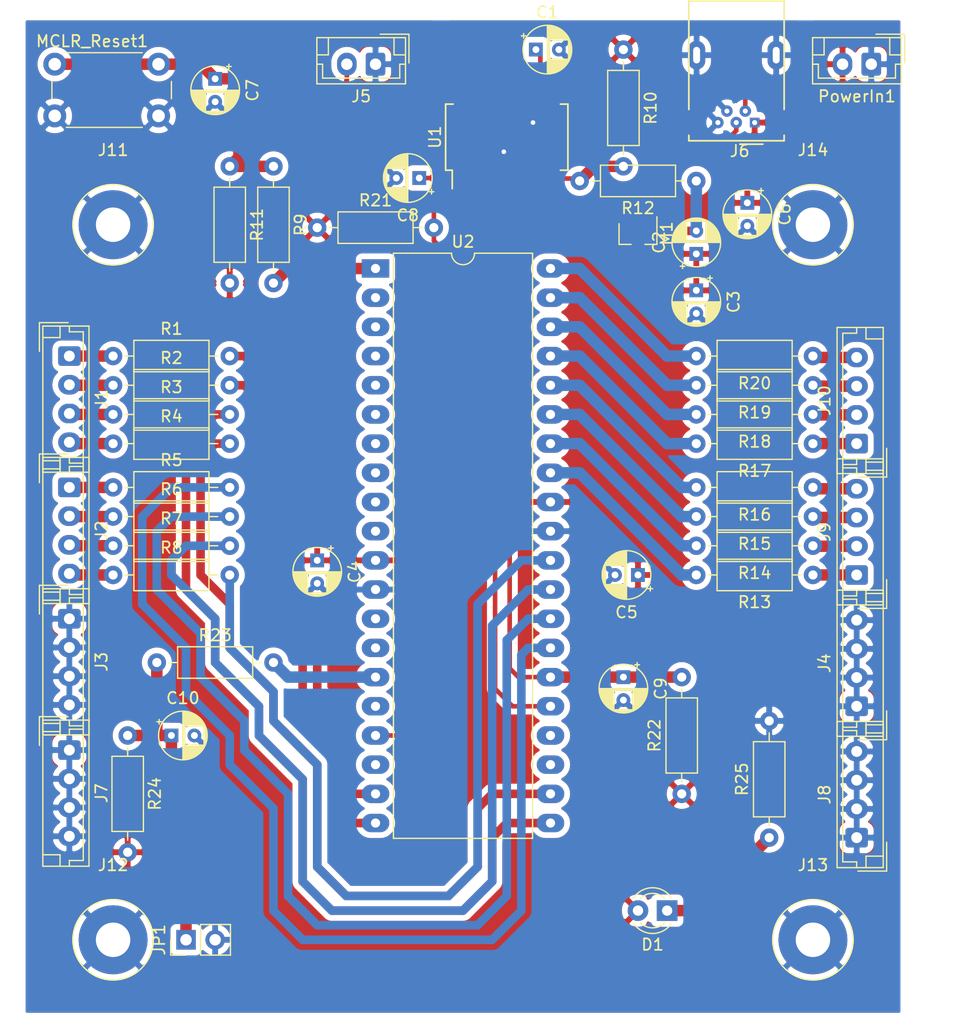
<source format=kicad_pcb>
(kicad_pcb (version 20171130) (host pcbnew 5.1.0-060a0da~80~ubuntu16.04.1)
  (layers (0 F.Cu signal) (31 B.Cu signal) (34 B.Paste user) (35 F.Paste user) (36 B.SilkS user) (37 F.SilkS user) (38 B.Mask user) (39 F.Mask user) (44 Edge.Cuts user))
  (net 0 "")
  (net 1 GND)
  (net 2 "Net-(C1-Pad1)")
  (net 3 "Net-(C2-Pad2)")
  (net 4 +5VD)
  (net 5 "Net-(J1-Pad4)")
  (net 6 "Net-(J1-Pad3)")
  (net 7 "Net-(J1-Pad2)")
  (net 8 "Net-(J1-Pad1)")
  (net 9 "Net-(J2-Pad4)")
  (net 10 "Net-(J2-Pad3)")
  (net 11 "Net-(J2-Pad2)")
  (net 12 "Net-(J2-Pad1)")
  (net 13 "Net-(J5-Pad2)")
  (net 14 "Net-(J6-Pad3)")
  (net 15 "Net-(J6-Pad2)")
  (net 16 "Net-(J9-Pad4)")
  (net 17 "Net-(J9-Pad3)")
  (net 18 "Net-(J9-Pad2)")
  (net 19 "Net-(J9-Pad1)")
  (net 20 "Net-(J10-Pad4)")
  (net 21 "Net-(J10-Pad3)")
  (net 22 "Net-(J10-Pad2)")
  (net 23 "Net-(J10-Pad1)")
  (net 24 "Net-(R1-Pad2)")
  (net 25 "Net-(R2-Pad2)")
  (net 26 "Net-(R3-Pad2)")
  (net 27 "Net-(R4-Pad2)")
  (net 28 "Net-(R5-Pad2)")
  (net 29 "Net-(R6-Pad2)")
  (net 30 "Net-(R7-Pad2)")
  (net 31 "Net-(R8-Pad2)")
  (net 32 "Net-(R10-Pad2)")
  (net 33 "Net-(R13-Pad2)")
  (net 34 "Net-(R14-Pad2)")
  (net 35 "Net-(R15-Pad2)")
  (net 36 "Net-(R16-Pad2)")
  (net 37 "Net-(R17-Pad2)")
  (net 38 "Net-(R18-Pad2)")
  (net 39 "Net-(R19-Pad2)")
  (net 40 "Net-(R20-Pad2)")
  (net 41 "Net-(U1-Pad28)")
  (net 42 "Net-(U1-Pad27)")
  (net 43 "Net-(U1-Pad23)")
  (net 44 "Net-(U1-Pad22)")
  (net 45 "Net-(U1-Pad19)")
  (net 46 "Net-(U1-Pad13)")
  (net 47 "Net-(U1-Pad12)")
  (net 48 "Net-(U1-Pad11)")
  (net 49 "Net-(U1-Pad10)")
  (net 50 "Net-(U1-Pad9)")
  (net 51 "Net-(U1-Pad6)")
  (net 52 "Net-(U1-Pad3)")
  (net 53 "Net-(U1-Pad2)")
  (net 54 "Net-(U2-Pad18)")
  (net 55 "Net-(U2-Pad16)")
  (net 56 "Net-(U2-Pad14)")
  (net 57 "Net-(U2-Pad13)")
  (net 58 "Net-(U2-Pad10)")
  (net 59 "Net-(U2-Pad9)")
  (net 60 "Net-(U2-Pad8)")
  (net 61 "Net-(U2-Pad7)")
  (net 62 "Net-(U2-Pad6)")
  (net 63 "Net-(U2-Pad5)")
  (net 64 "Net-(U2-Pad24)")
  (net 65 "Net-(U2-Pad4)")
  (net 66 "Net-(U2-Pad23)")
  (net 67 "Net-(U2-Pad3)")
  (net 68 "Net-(U2-Pad2)")
  (net 69 +5VP)
  (net 70 "Net-(C7-Pad1)")
  (net 71 "Net-(C8-Pad1)")
  (net 72 "Net-(C9-Pad1)")
  (net 73 "Net-(C10-Pad1)")
  (net 74 "Net-(R9-Pad2)")
  (net 75 "Net-(R23-Pad2)")
  (net 76 "Net-(D1-Pad1)")
  (module Resistor_THT:R_Axial_DIN0207_L6.3mm_D2.5mm_P10.16mm_Horizontal (layer F.Cu) (at 127 102.87 90)
    (fp_text reference R25 (at 5.08 -2.37 90) (layer F.SilkS))
    (fp_text value 470)
    (pad 2 thru_hole oval (at 10.16 0 90) (size 1.6 1.6) (drill 0.8) (layers *.Cu *.Mask) (net 1 GND))
    (pad 1 thru_hole circle (at 0 0 90) (size 1.6 1.6) (drill 0.8) (layers *.Cu *.Mask) (net 76 "Net-(D1-Pad1)"))
  )
  (module LED_THT:LED_D3.0mm (layer F.Cu) (at 118.11 109.22 180)
    (fp_text reference D1 (at 1.27 -2.96 180) (layer F.SilkS))
    (fp_text value LED)
    (pad 2 thru_hole circle (at 2.54 0 180) (size 1.8 1.8) (drill 0.9) (layers *.Cu *.Mask) (net 69 +5VP))
    (pad 1 thru_hole rect (at 0 0 180) (size 1.8 1.8) (drill 0.9) (layers *.Cu *.Mask) (net 76 "Net-(D1-Pad1)"))
  )
  (module "Connector_USB:USB_Mini-B_Wuerth_Horizontal_1.70mm(0.0625in)_spacing" (layer F.Cu) (at 125.73 40.64 180)
    (fp_text reference J6 (at 1.3 -2.48 180) (layer F.SilkS))
    (fp_text value USB_B_Mini)
    (pad 6 thru_hole oval (at 5.0528 5.8674 180) (size 1.5 2.5) (drill oval 0.6 1.44) (layers *.Cu *.Mask) (net 1 GND))
    (pad 6 thru_hole oval (at -1.8796 5.8674 180) (size 1.5 2.5) (drill oval 0.6 1.44) (layers *.Cu *.Mask) (net 1 GND))
    (pad 5 thru_hole circle (at 3.2004 0 180) (size 1 1) (drill 0.44) (layers *.Cu *.Mask) (net 1 GND))
    (pad 4 thru_hole circle (at 2.413 1 180) (size 1 1) (drill 0.44) (layers *.Cu *.Mask) (net 1 GND))
    (pad 3 thru_hole circle (at 1.6002 0 180) (size 1 1) (drill 0.44) (layers *.Cu *.Mask) (net 14 "Net-(J6-Pad3)"))
    (pad 2 thru_hole circle (at 0.8128 1 180) (size 1 1) (drill 0.44) (layers *.Cu *.Mask) (net 15 "Net-(J6-Pad2)"))
    (pad 1 thru_hole rect (at 0 0 180) (size 0.84 0.84) (drill 0.44) (layers *.Cu *.Mask) (net 4 +5VD))
  )
  (module Connector_PinHeader_2.54mm:PinHeader_1x02_P2.54mm_Vertical (layer F.Cu) (at 76.2 111.76 90)
    (fp_text reference JP1 (at 0 -2.33 90) (layer F.SilkS))
    (fp_text value Jumper)
    (pad 2 thru_hole oval (at 0 2.54 90) (size 1.7 1.7) (drill 1) (layers *.Cu *.Mask) (net 1 GND))
    (pad 1 thru_hole rect (at 0 0 90) (size 1.7 1.7) (drill 1) (layers *.Cu *.Mask) (net 73 "Net-(C10-Pad1)"))
  )
  (module Connector:Derek's_Banana_Jack_1Pin (layer F.Cu) (at 130.81 49.53)
    (fp_text reference J14 (at 0 -6.5) (layer F.SilkS))
    (fp_text value Conn_01x01_MountingPin)
    (pad 1 thru_hole circle (at 0 0) (size 6 6) (drill 3) (layers *.Cu *.Mask) (net 1 GND))
  )
  (module Connector:Derek's_Banana_Jack_1Pin (layer F.Cu) (at 130.81 111.76)
    (fp_text reference J13 (at 0 -6.5) (layer F.SilkS))
    (fp_text value Conn_01x01_MountingPin)
    (pad 1 thru_hole circle (at 0 0) (size 6 6) (drill 3) (layers *.Cu *.Mask) (net 1 GND))
  )
  (module Connector:Derek's_Banana_Jack_1Pin (layer F.Cu) (at 69.85 111.76)
    (fp_text reference J12 (at 0 -6.5) (layer F.SilkS))
    (fp_text value Conn_01x01_MountingPin)
    (pad 1 thru_hole circle (at 0 0) (size 6 6) (drill 3) (layers *.Cu *.Mask) (net 1 GND))
  )
  (module Connector:Derek's_Banana_Jack_1Pin (layer F.Cu) (at 69.85 49.53)
    (fp_text reference J11 (at 0 -6.5) (layer F.SilkS))
    (fp_text value Conn_01x01_MountingPin)
    (pad 1 thru_hole circle (at 0 0) (size 6 6) (drill 3) (layers *.Cu *.Mask) (net 1 GND))
  )
  (module Button_Switch_THT:Derek's_SW_PUSH_8.89mm_H4.3mm (layer F.Cu) (at 64.77 35.56)
    (fp_text reference MCLR_Reset1 (at 3.25 -2) (layer F.SilkS))
    (fp_text value Derek's_SW_MEC_5G)
    (pad 1 thru_hole circle (at 9.04 0 90) (size 2 2) (drill 1.1) (layers *.Cu *.Mask) (net 70 "Net-(C7-Pad1)"))
    (pad 2 thru_hole circle (at 9.04 4.5 90) (size 2 2) (drill 1.1) (layers *.Cu *.Mask) (net 1 GND))
    (pad 1 thru_hole circle (at 0 0 90) (size 2 2) (drill 1.1) (layers *.Cu *.Mask) (net 70 "Net-(C7-Pad1)"))
    (pad 2 thru_hole circle (at 0 4.5 90) (size 2 2) (drill 1.1) (layers *.Cu *.Mask) (net 1 GND))
  )
  (module Resistor_THT:R_Axial_DIN0207_L6.3mm_D2.5mm_P10.16mm_Horizontal (layer F.Cu) (at 71.12 93.98 270)
    (fp_text reference R24 (at 5.08 -2.37 270) (layer F.SilkS))
    (fp_text value 10K)
    (pad 1 thru_hole circle (at 0 0 270) (size 1.6 1.6) (drill 0.8) (layers *.Cu *.Mask) (net 73 "Net-(C10-Pad1)"))
    (pad 2 thru_hole oval (at 10.16 0 270) (size 1.6 1.6) (drill 0.8) (layers *.Cu *.Mask) (net 69 +5VP))
  )
  (module Resistor_THT:R_Axial_DIN0207_L6.3mm_D2.5mm_P10.16mm_Horizontal (layer F.Cu) (at 73.66 87.63)
    (fp_text reference R23 (at 5.08 -2.37) (layer F.SilkS))
    (fp_text value 1K)
    (pad 2 thru_hole oval (at 10.16 0) (size 1.6 1.6) (drill 0.8) (layers *.Cu *.Mask) (net 75 "Net-(R23-Pad2)"))
    (pad 1 thru_hole circle (at 0 0) (size 1.6 1.6) (drill 0.8) (layers *.Cu *.Mask) (net 73 "Net-(C10-Pad1)"))
  )
  (module Resistor_THT:R_Axial_DIN0207_L6.3mm_D2.5mm_P10.16mm_Horizontal (layer F.Cu) (at 119.38 99.06 90)
    (fp_text reference R22 (at 5.08 -2.37 90) (layer F.SilkS))
    (fp_text value 10K)
    (pad 2 thru_hole oval (at 10.16 0 90) (size 1.6 1.6) (drill 0.8) (layers *.Cu *.Mask) (net 72 "Net-(C9-Pad1)"))
    (pad 1 thru_hole circle (at 0 0 90) (size 1.6 1.6) (drill 0.8) (layers *.Cu *.Mask) (net 69 +5VP))
  )
  (module Resistor_THT:R_Axial_DIN0207_L6.3mm_D2.5mm_P10.16mm_Horizontal (layer F.Cu) (at 87.63 49.784)
    (fp_text reference R21 (at 5.08 -2.37) (layer F.SilkS))
    (fp_text value 10K)
    (pad 2 thru_hole oval (at 10.16 0) (size 1.6 1.6) (drill 0.8) (layers *.Cu *.Mask) (net 71 "Net-(C8-Pad1)"))
    (pad 1 thru_hole circle (at 0 0) (size 1.6 1.6) (drill 0.8) (layers *.Cu *.Mask) (net 69 +5VP))
  )
  (module Connector_JST:JST_EH_B2B-EH-A_1x02_P2.50mm_Vertical (layer F.Cu) (at 135.89 35.56 180)
    (fp_text reference PowerIn1 (at 1.25 -2.8 180) (layer F.SilkS))
    (fp_text value Screw_Terminal_01x02)
    (pad 2 thru_hole oval (at 2.5 0 180) (size 1.7 2) (drill 1) (layers *.Cu *.Mask) (net 69 +5VP))
    (pad 1 thru_hole roundrect (at 0 0 180) (size 1.7 2) (drill 1) (layers *.Cu *.Mask) (roundrect_rratio 0.147059) (net 1 GND))
  )
  (module Connector_JST:JST_EH_B4B-EH-A_1x04_P2.50mm_Vertical (layer F.Cu) (at 134.62 68.58 90)
    (fp_text reference J10 (at 3.75 -2.8 90) (layer F.SilkS))
    (fp_text value Screw_Terminal_01x04)
    (pad 4 thru_hole oval (at 7.5 0 90) (size 1.7 1.95) (drill 0.95) (layers *.Cu *.Mask) (net 20 "Net-(J10-Pad4)"))
    (pad 3 thru_hole oval (at 5 0 90) (size 1.7 1.95) (drill 0.95) (layers *.Cu *.Mask) (net 21 "Net-(J10-Pad3)"))
    (pad 2 thru_hole oval (at 2.5 0 90) (size 1.7 1.95) (drill 0.95) (layers *.Cu *.Mask) (net 22 "Net-(J10-Pad2)"))
    (pad 1 thru_hole roundrect (at 0 0 90) (size 1.7 1.95) (drill 0.95) (layers *.Cu *.Mask) (roundrect_rratio 0.147059) (net 23 "Net-(J10-Pad1)"))
  )
  (module Connector_JST:JST_EH_B4B-EH-A_1x04_P2.50mm_Vertical (layer F.Cu) (at 134.62 80.01 90)
    (fp_text reference J9 (at 3.75 -2.8 90) (layer F.SilkS))
    (fp_text value Screw_Terminal_01x04)
    (pad 4 thru_hole oval (at 7.5 0 90) (size 1.7 1.95) (drill 0.95) (layers *.Cu *.Mask) (net 16 "Net-(J9-Pad4)"))
    (pad 3 thru_hole oval (at 5 0 90) (size 1.7 1.95) (drill 0.95) (layers *.Cu *.Mask) (net 17 "Net-(J9-Pad3)"))
    (pad 2 thru_hole oval (at 2.5 0 90) (size 1.7 1.95) (drill 0.95) (layers *.Cu *.Mask) (net 18 "Net-(J9-Pad2)"))
    (pad 1 thru_hole roundrect (at 0 0 90) (size 1.7 1.95) (drill 0.95) (layers *.Cu *.Mask) (roundrect_rratio 0.147059) (net 19 "Net-(J9-Pad1)"))
  )
  (module Connector_JST:JST_EH_B4B-EH-A_1x04_P2.50mm_Vertical (layer F.Cu) (at 134.62 102.87 90)
    (fp_text reference J8 (at 3.75 -2.8 90) (layer F.SilkS))
    (fp_text value Screw_Terminal_01x04)
    (pad 1 thru_hole roundrect (at 0 0 90) (size 1.7 1.95) (drill 0.95) (layers *.Cu *.Mask) (roundrect_rratio 0.147059) (net 1 GND))
    (pad 2 thru_hole oval (at 2.5 0 90) (size 1.7 1.95) (drill 0.95) (layers *.Cu *.Mask) (net 1 GND))
    (pad 3 thru_hole oval (at 5 0 90) (size 1.7 1.95) (drill 0.95) (layers *.Cu *.Mask) (net 1 GND))
    (pad 4 thru_hole oval (at 7.5 0 90) (size 1.7 1.95) (drill 0.95) (layers *.Cu *.Mask) (net 1 GND))
  )
  (module Connector_JST:JST_EH_B4B-EH-A_1x04_P2.50mm_Vertical (layer F.Cu) (at 66.04 95.25 270)
    (fp_text reference J7 (at 3.75 -2.8 270) (layer F.SilkS))
    (fp_text value Screw_Terminal_01x04)
    (pad 4 thru_hole oval (at 7.5 0 270) (size 1.7 1.95) (drill 0.95) (layers *.Cu *.Mask) (net 1 GND))
    (pad 3 thru_hole oval (at 5 0 270) (size 1.7 1.95) (drill 0.95) (layers *.Cu *.Mask) (net 1 GND))
    (pad 2 thru_hole oval (at 2.5 0 270) (size 1.7 1.95) (drill 0.95) (layers *.Cu *.Mask) (net 1 GND))
    (pad 1 thru_hole roundrect (at 0 0 270) (size 1.7 1.95) (drill 0.95) (layers *.Cu *.Mask) (roundrect_rratio 0.147059) (net 1 GND))
  )
  (module Connector_JST:JST_EH_B2B-EH-A_1x02_P2.50mm_Vertical (layer F.Cu) (at 92.71 35.56 180)
    (fp_text reference J5 (at 1.25 -2.8 180) (layer F.SilkS))
    (fp_text value Screw_Terminal_01x02)
    (pad 2 thru_hole oval (at 2.5 0 180) (size 1.7 2) (drill 1) (layers *.Cu *.Mask) (net 13 "Net-(J5-Pad2)"))
    (pad 1 thru_hole roundrect (at 0 0 180) (size 1.7 2) (drill 1) (layers *.Cu *.Mask) (roundrect_rratio 0.147059) (net 1 GND))
  )
  (module Connector_JST:JST_EH_B4B-EH-A_1x04_P2.50mm_Vertical (layer F.Cu) (at 134.62 91.44 90)
    (fp_text reference J4 (at 3.75 -2.8 90) (layer F.SilkS))
    (fp_text value Screw_Terminal_01x04)
    (pad 4 thru_hole oval (at 7.5 0 90) (size 1.7 1.95) (drill 0.95) (layers *.Cu *.Mask) (net 1 GND))
    (pad 3 thru_hole oval (at 5 0 90) (size 1.7 1.95) (drill 0.95) (layers *.Cu *.Mask) (net 1 GND))
    (pad 2 thru_hole oval (at 2.5 0 90) (size 1.7 1.95) (drill 0.95) (layers *.Cu *.Mask) (net 1 GND))
    (pad 1 thru_hole roundrect (at 0 0 90) (size 1.7 1.95) (drill 0.95) (layers *.Cu *.Mask) (roundrect_rratio 0.147059) (net 1 GND))
  )
  (module Connector_JST:JST_EH_B4B-EH-A_1x04_P2.50mm_Vertical (layer F.Cu) (at 66.04 83.82 270)
    (fp_text reference J3 (at 3.75 -2.8 270) (layer F.SilkS))
    (fp_text value Screw_Terminal_01x04)
    (pad 4 thru_hole oval (at 7.5 0 270) (size 1.7 1.95) (drill 0.95) (layers *.Cu *.Mask) (net 1 GND))
    (pad 3 thru_hole oval (at 5 0 270) (size 1.7 1.95) (drill 0.95) (layers *.Cu *.Mask) (net 1 GND))
    (pad 2 thru_hole oval (at 2.5 0 270) (size 1.7 1.95) (drill 0.95) (layers *.Cu *.Mask) (net 1 GND))
    (pad 1 thru_hole roundrect (at 0 0 270) (size 1.7 1.95) (drill 0.95) (layers *.Cu *.Mask) (roundrect_rratio 0.147059) (net 1 GND))
  )
  (module Connector_JST:JST_EH_B4B-EH-A_1x04_P2.50mm_Vertical (layer F.Cu) (at 66.04 72.39 270)
    (fp_text reference J2 (at 3.75 -2.8 270) (layer F.SilkS))
    (fp_text value Screw_Terminal_01x04)
    (pad 4 thru_hole oval (at 7.5 0 270) (size 1.7 1.95) (drill 0.95) (layers *.Cu *.Mask) (net 9 "Net-(J2-Pad4)"))
    (pad 3 thru_hole oval (at 5 0 270) (size 1.7 1.95) (drill 0.95) (layers *.Cu *.Mask) (net 10 "Net-(J2-Pad3)"))
    (pad 2 thru_hole oval (at 2.5 0 270) (size 1.7 1.95) (drill 0.95) (layers *.Cu *.Mask) (net 11 "Net-(J2-Pad2)"))
    (pad 1 thru_hole roundrect (at 0 0 270) (size 1.7 1.95) (drill 0.95) (layers *.Cu *.Mask) (roundrect_rratio 0.147059) (net 12 "Net-(J2-Pad1)"))
  )
  (module Connector_JST:JST_EH_B4B-EH-A_1x04_P2.50mm_Vertical (layer F.Cu) (at 66.04 60.96 270)
    (fp_text reference J1 (at 3.75 -2.8 270) (layer F.SilkS))
    (fp_text value Screw_Terminal_01x04)
    (pad 4 thru_hole oval (at 7.5 0 270) (size 1.7 1.95) (drill 0.95) (layers *.Cu *.Mask) (net 5 "Net-(J1-Pad4)"))
    (pad 3 thru_hole oval (at 5 0 270) (size 1.7 1.95) (drill 0.95) (layers *.Cu *.Mask) (net 6 "Net-(J1-Pad3)"))
    (pad 2 thru_hole oval (at 2.5 0 270) (size 1.7 1.95) (drill 0.95) (layers *.Cu *.Mask) (net 7 "Net-(J1-Pad2)"))
    (pad 1 thru_hole roundrect (at 0 0 270) (size 1.7 1.95) (drill 0.95) (layers *.Cu *.Mask) (roundrect_rratio 0.147059) (net 8 "Net-(J1-Pad1)"))
  )
  (module Capacitor_THT:CP_Radial_D4.0mm_P2.00mm (layer F.Cu) (at 74.93 93.98)
    (fp_text reference C10 (at 1 -3.25) (layer F.SilkS))
    (fp_text value 0.01uF)
    (pad 2 thru_hole circle (at 2 0) (size 1.2 1.2) (drill 0.6) (layers *.Cu *.Mask) (net 1 GND))
    (pad 1 thru_hole rect (at 0 0) (size 1.2 1.2) (drill 0.6) (layers *.Cu *.Mask) (net 73 "Net-(C10-Pad1)"))
  )
  (module Capacitor_THT:CP_Radial_D4.0mm_P2.00mm (layer F.Cu) (at 114.3 88.9 270)
    (fp_text reference C9 (at 1 -3.25 270) (layer F.SilkS))
    (fp_text value 0.01uF)
    (pad 2 thru_hole circle (at 2 0 270) (size 1.2 1.2) (drill 0.6) (layers *.Cu *.Mask) (net 1 GND))
    (pad 1 thru_hole rect (at 0 0 270) (size 1.2 1.2) (drill 0.6) (layers *.Cu *.Mask) (net 72 "Net-(C9-Pad1)"))
  )
  (module Capacitor_THT:CP_Radial_D4.0mm_P2.00mm (layer F.Cu) (at 96.52 45.466 180)
    (fp_text reference C8 (at 1 -3.25 180) (layer F.SilkS))
    (fp_text value 0.01uF)
    (pad 2 thru_hole circle (at 2 0 180) (size 1.2 1.2) (drill 0.6) (layers *.Cu *.Mask) (net 1 GND))
    (pad 1 thru_hole rect (at 0 0 180) (size 1.2 1.2) (drill 0.6) (layers *.Cu *.Mask) (net 71 "Net-(C8-Pad1)"))
  )
  (module Capacitor_THT:CP_Radial_D4.0mm_P2.00mm (layer F.Cu) (at 78.74 36.83 270)
    (fp_text reference C7 (at 1 -3.25 270) (layer F.SilkS))
    (fp_text value 0.01uF)
    (pad 2 thru_hole circle (at 2 0 270) (size 1.2 1.2) (drill 0.6) (layers *.Cu *.Mask) (net 1 GND))
    (pad 1 thru_hole rect (at 0 0 270) (size 1.2 1.2) (drill 0.6) (layers *.Cu *.Mask) (net 70 "Net-(C7-Pad1)"))
  )
  (module Package_DIP:DIP-40_W15.24mm_LongPads (layer F.Cu) (at 92.71 53.34)
    (fp_text reference U2 (at 7.62 -2.33) (layer F.SilkS))
    (fp_text value PIC16F74-IP)
    (pad 40 thru_hole oval (at 15.24 0) (size 2.4 1.6) (drill 0.8) (layers *.Cu *.Mask) (net 40 "Net-(R20-Pad2)"))
    (pad 20 thru_hole oval (at 0 48.26) (size 2.4 1.6) (drill 0.8) (layers *.Cu *.Mask) (net 25 "Net-(R2-Pad2)"))
    (pad 39 thru_hole oval (at 15.24 2.54) (size 2.4 1.6) (drill 0.8) (layers *.Cu *.Mask) (net 39 "Net-(R19-Pad2)"))
    (pad 19 thru_hole oval (at 0 45.72) (size 2.4 1.6) (drill 0.8) (layers *.Cu *.Mask) (net 24 "Net-(R1-Pad2)"))
    (pad 38 thru_hole oval (at 15.24 5.08) (size 2.4 1.6) (drill 0.8) (layers *.Cu *.Mask) (net 38 "Net-(R18-Pad2)"))
    (pad 18 thru_hole oval (at 0 43.18) (size 2.4 1.6) (drill 0.8) (layers *.Cu *.Mask) (net 54 "Net-(U2-Pad18)"))
    (pad 37 thru_hole oval (at 15.24 7.62) (size 2.4 1.6) (drill 0.8) (layers *.Cu *.Mask) (net 37 "Net-(R17-Pad2)"))
    (pad 17 thru_hole oval (at 0 40.64) (size 2.4 1.6) (drill 0.8) (layers *.Cu *.Mask) (net 13 "Net-(J5-Pad2)"))
    (pad 36 thru_hole oval (at 15.24 10.16) (size 2.4 1.6) (drill 0.8) (layers *.Cu *.Mask) (net 36 "Net-(R16-Pad2)"))
    (pad 16 thru_hole oval (at 0 38.1) (size 2.4 1.6) (drill 0.8) (layers *.Cu *.Mask) (net 55 "Net-(U2-Pad16)"))
    (pad 35 thru_hole oval (at 15.24 12.7) (size 2.4 1.6) (drill 0.8) (layers *.Cu *.Mask) (net 35 "Net-(R15-Pad2)"))
    (pad 15 thru_hole oval (at 0 35.56) (size 2.4 1.6) (drill 0.8) (layers *.Cu *.Mask) (net 75 "Net-(R23-Pad2)"))
    (pad 34 thru_hole oval (at 15.24 15.24) (size 2.4 1.6) (drill 0.8) (layers *.Cu *.Mask) (net 34 "Net-(R14-Pad2)"))
    (pad 14 thru_hole oval (at 0 33.02) (size 2.4 1.6) (drill 0.8) (layers *.Cu *.Mask) (net 56 "Net-(U2-Pad14)"))
    (pad 33 thru_hole oval (at 15.24 17.78) (size 2.4 1.6) (drill 0.8) (layers *.Cu *.Mask) (net 33 "Net-(R13-Pad2)"))
    (pad 13 thru_hole oval (at 0 30.48) (size 2.4 1.6) (drill 0.8) (layers *.Cu *.Mask) (net 57 "Net-(U2-Pad13)"))
    (pad 32 thru_hole oval (at 15.24 20.32) (size 2.4 1.6) (drill 0.8) (layers *.Cu *.Mask) (net 69 +5VP))
    (pad 12 thru_hole oval (at 0 27.94) (size 2.4 1.6) (drill 0.8) (layers *.Cu *.Mask) (net 1 GND))
    (pad 31 thru_hole oval (at 15.24 22.86) (size 2.4 1.6) (drill 0.8) (layers *.Cu *.Mask) (net 1 GND))
    (pad 11 thru_hole oval (at 0 25.4) (size 2.4 1.6) (drill 0.8) (layers *.Cu *.Mask) (net 69 +5VP))
    (pad 30 thru_hole oval (at 15.24 25.4) (size 2.4 1.6) (drill 0.8) (layers *.Cu *.Mask) (net 31 "Net-(R8-Pad2)"))
    (pad 10 thru_hole oval (at 0 22.86) (size 2.4 1.6) (drill 0.8) (layers *.Cu *.Mask) (net 58 "Net-(U2-Pad10)"))
    (pad 29 thru_hole oval (at 15.24 27.94) (size 2.4 1.6) (drill 0.8) (layers *.Cu *.Mask) (net 30 "Net-(R7-Pad2)"))
    (pad 9 thru_hole oval (at 0 20.32) (size 2.4 1.6) (drill 0.8) (layers *.Cu *.Mask) (net 59 "Net-(U2-Pad9)"))
    (pad 28 thru_hole oval (at 15.24 30.48) (size 2.4 1.6) (drill 0.8) (layers *.Cu *.Mask) (net 29 "Net-(R6-Pad2)"))
    (pad 8 thru_hole oval (at 0 17.78) (size 2.4 1.6) (drill 0.8) (layers *.Cu *.Mask) (net 60 "Net-(U2-Pad8)"))
    (pad 27 thru_hole oval (at 15.24 33.02) (size 2.4 1.6) (drill 0.8) (layers *.Cu *.Mask) (net 28 "Net-(R5-Pad2)"))
    (pad 7 thru_hole oval (at 0 15.24) (size 2.4 1.6) (drill 0.8) (layers *.Cu *.Mask) (net 61 "Net-(U2-Pad7)"))
    (pad 26 thru_hole oval (at 15.24 35.56) (size 2.4 1.6) (drill 0.8) (layers *.Cu *.Mask) (net 72 "Net-(C9-Pad1)"))
    (pad 6 thru_hole oval (at 0 12.7) (size 2.4 1.6) (drill 0.8) (layers *.Cu *.Mask) (net 62 "Net-(U2-Pad6)"))
    (pad 25 thru_hole oval (at 15.24 38.1) (size 2.4 1.6) (drill 0.8) (layers *.Cu *.Mask) (net 71 "Net-(C8-Pad1)"))
    (pad 5 thru_hole oval (at 0 10.16) (size 2.4 1.6) (drill 0.8) (layers *.Cu *.Mask) (net 63 "Net-(U2-Pad5)"))
    (pad 24 thru_hole oval (at 15.24 40.64) (size 2.4 1.6) (drill 0.8) (layers *.Cu *.Mask) (net 64 "Net-(U2-Pad24)"))
    (pad 4 thru_hole oval (at 0 7.62) (size 2.4 1.6) (drill 0.8) (layers *.Cu *.Mask) (net 65 "Net-(U2-Pad4)"))
    (pad 23 thru_hole oval (at 15.24 43.18) (size 2.4 1.6) (drill 0.8) (layers *.Cu *.Mask) (net 66 "Net-(U2-Pad23)"))
    (pad 3 thru_hole oval (at 0 5.08) (size 2.4 1.6) (drill 0.8) (layers *.Cu *.Mask) (net 67 "Net-(U2-Pad3)"))
    (pad 22 thru_hole oval (at 15.24 45.72) (size 2.4 1.6) (drill 0.8) (layers *.Cu *.Mask) (net 27 "Net-(R4-Pad2)"))
    (pad 2 thru_hole oval (at 0 2.54) (size 2.4 1.6) (drill 0.8) (layers *.Cu *.Mask) (net 68 "Net-(U2-Pad2)"))
    (pad 21 thru_hole oval (at 15.24 48.26) (size 2.4 1.6) (drill 0.8) (layers *.Cu *.Mask) (net 26 "Net-(R3-Pad2)"))
    (pad 1 thru_hole rect (at 0 0) (size 2.4 1.6) (drill 0.8) (layers *.Cu *.Mask) (net 74 "Net-(R9-Pad2)"))
  )
  (module Package_SO:SSOP-28_5.3x10.2mm_P0.65mm (layer F.Cu) (at 104.14 41.91 90)
    (fp_text reference U1 (at 0 -6.25 90) (layer F.SilkS))
    (fp_text value FT232RL)
    (pad 28 smd rect (at 3.6 -4.225 90) (size 1.75 0.45) (layers F.Cu F.Paste F.Mask) (net 41 "Net-(U1-Pad28)"))
    (pad 27 smd rect (at 3.6 -3.575 90) (size 1.75 0.45) (layers F.Cu F.Paste F.Mask) (net 42 "Net-(U1-Pad27)"))
    (pad 26 smd rect (at 3.6 -2.925 90) (size 1.75 0.45) (layers F.Cu F.Paste F.Mask) (net 1 GND))
    (pad 25 smd rect (at 3.6 -2.275 90) (size 1.75 0.45) (layers F.Cu F.Paste F.Mask) (net 1 GND))
    (pad 24 smd rect (at 3.6 -1.625 90) (size 1.75 0.45) (layers F.Cu F.Paste F.Mask))
    (pad 23 smd rect (at 3.6 -0.975 90) (size 1.75 0.45) (layers F.Cu F.Paste F.Mask) (net 43 "Net-(U1-Pad23)"))
    (pad 22 smd rect (at 3.6 -0.325 90) (size 1.75 0.45) (layers F.Cu F.Paste F.Mask) (net 44 "Net-(U1-Pad22)"))
    (pad 21 smd rect (at 3.6 0.325 90) (size 1.75 0.45) (layers F.Cu F.Paste F.Mask) (net 1 GND))
    (pad 20 smd rect (at 3.6 0.975 90) (size 1.75 0.45) (layers F.Cu F.Paste F.Mask) (net 4 +5VD))
    (pad 19 smd rect (at 3.6 1.625 90) (size 1.75 0.45) (layers F.Cu F.Paste F.Mask) (net 45 "Net-(U1-Pad19)"))
    (pad 18 smd rect (at 3.6 2.275 90) (size 1.75 0.45) (layers F.Cu F.Paste F.Mask) (net 1 GND))
    (pad 17 smd rect (at 3.6 2.925 90) (size 1.75 0.45) (layers F.Cu F.Paste F.Mask) (net 2 "Net-(C1-Pad1)"))
    (pad 16 smd rect (at 3.6 3.575 90) (size 1.75 0.45) (layers F.Cu F.Paste F.Mask) (net 15 "Net-(J6-Pad2)"))
    (pad 15 smd rect (at 3.6 4.225 90) (size 1.75 0.45) (layers F.Cu F.Paste F.Mask) (net 14 "Net-(J6-Pad3)"))
    (pad 14 smd rect (at -3.6 4.225 90) (size 1.75 0.45) (layers F.Cu F.Paste F.Mask) (net 32 "Net-(R10-Pad2)"))
    (pad 13 smd rect (at -3.6 3.575 90) (size 1.75 0.45) (layers F.Cu F.Paste F.Mask) (net 46 "Net-(U1-Pad13)"))
    (pad 12 smd rect (at -3.6 2.925 90) (size 1.75 0.45) (layers F.Cu F.Paste F.Mask) (net 47 "Net-(U1-Pad12)"))
    (pad 11 smd rect (at -3.6 2.275 90) (size 1.75 0.45) (layers F.Cu F.Paste F.Mask) (net 48 "Net-(U1-Pad11)"))
    (pad 10 smd rect (at -3.6 1.625 90) (size 1.75 0.45) (layers F.Cu F.Paste F.Mask) (net 49 "Net-(U1-Pad10)"))
    (pad 9 smd rect (at -3.6 0.975 90) (size 1.75 0.45) (layers F.Cu F.Paste F.Mask) (net 50 "Net-(U1-Pad9)"))
    (pad 8 smd rect (at -3.6 0.325 90) (size 1.75 0.45) (layers F.Cu F.Paste F.Mask))
    (pad 7 smd rect (at -3.6 -0.325 90) (size 1.75 0.45) (layers F.Cu F.Paste F.Mask) (net 1 GND))
    (pad 6 smd rect (at -3.6 -0.975 90) (size 1.75 0.45) (layers F.Cu F.Paste F.Mask) (net 51 "Net-(U1-Pad6)"))
    (pad 5 smd rect (at -3.6 -1.625 90) (size 1.75 0.45) (layers F.Cu F.Paste F.Mask) (net 71 "Net-(C8-Pad1)"))
    (pad 4 smd rect (at -3.6 -2.275 90) (size 1.75 0.45) (layers F.Cu F.Paste F.Mask) (net 4 +5VD))
    (pad 3 smd rect (at -3.6 -2.925 90) (size 1.75 0.45) (layers F.Cu F.Paste F.Mask) (net 52 "Net-(U1-Pad3)"))
    (pad 2 smd rect (at -3.6 -3.575 90) (size 1.75 0.45) (layers F.Cu F.Paste F.Mask) (net 53 "Net-(U1-Pad2)"))
    (pad 1 smd rect (at -3.6 -4.225 90) (size 1.75 0.45) (layers F.Cu F.Paste F.Mask) (net 72 "Net-(C9-Pad1)"))
  )
  (module Resistor_THT:R_Axial_DIN0207_L6.3mm_D2.5mm_P10.16mm_Horizontal (layer F.Cu) (at 130.81 60.96 180)
    (fp_text reference R20 (at 5.08 -2.37 180) (layer F.SilkS))
    (fp_text value 1K)
    (pad 2 thru_hole oval (at 10.16 0 180) (size 1.6 1.6) (drill 0.8) (layers *.Cu *.Mask) (net 40 "Net-(R20-Pad2)"))
    (pad 1 thru_hole circle (at 0 0 180) (size 1.6 1.6) (drill 0.8) (layers *.Cu *.Mask) (net 20 "Net-(J10-Pad4)"))
  )
  (module Resistor_THT:R_Axial_DIN0207_L6.3mm_D2.5mm_P10.16mm_Horizontal (layer F.Cu) (at 130.81 63.5 180)
    (fp_text reference R19 (at 5.08 -2.37 180) (layer F.SilkS))
    (fp_text value 1K)
    (pad 2 thru_hole oval (at 10.16 0 180) (size 1.6 1.6) (drill 0.8) (layers *.Cu *.Mask) (net 39 "Net-(R19-Pad2)"))
    (pad 1 thru_hole circle (at 0 0 180) (size 1.6 1.6) (drill 0.8) (layers *.Cu *.Mask) (net 21 "Net-(J10-Pad3)"))
  )
  (module Resistor_THT:R_Axial_DIN0207_L6.3mm_D2.5mm_P10.16mm_Horizontal (layer F.Cu) (at 130.81 66.04 180)
    (fp_text reference R18 (at 5.08 -2.37 180) (layer F.SilkS))
    (fp_text value 1K)
    (pad 2 thru_hole oval (at 10.16 0 180) (size 1.6 1.6) (drill 0.8) (layers *.Cu *.Mask) (net 38 "Net-(R18-Pad2)"))
    (pad 1 thru_hole circle (at 0 0 180) (size 1.6 1.6) (drill 0.8) (layers *.Cu *.Mask) (net 22 "Net-(J10-Pad2)"))
  )
  (module Resistor_THT:R_Axial_DIN0207_L6.3mm_D2.5mm_P10.16mm_Horizontal (layer F.Cu) (at 130.81 68.58 180)
    (fp_text reference R17 (at 5.08 -2.37 180) (layer F.SilkS))
    (fp_text value 1K)
    (pad 2 thru_hole oval (at 10.16 0 180) (size 1.6 1.6) (drill 0.8) (layers *.Cu *.Mask) (net 37 "Net-(R17-Pad2)"))
    (pad 1 thru_hole circle (at 0 0 180) (size 1.6 1.6) (drill 0.8) (layers *.Cu *.Mask) (net 23 "Net-(J10-Pad1)"))
  )
  (module Resistor_THT:R_Axial_DIN0207_L6.3mm_D2.5mm_P10.16mm_Horizontal (layer F.Cu) (at 130.81 72.39 180)
    (fp_text reference R16 (at 5.08 -2.37 180) (layer F.SilkS))
    (fp_text value 1K)
    (pad 2 thru_hole oval (at 10.16 0 180) (size 1.6 1.6) (drill 0.8) (layers *.Cu *.Mask) (net 36 "Net-(R16-Pad2)"))
    (pad 1 thru_hole circle (at 0 0 180) (size 1.6 1.6) (drill 0.8) (layers *.Cu *.Mask) (net 16 "Net-(J9-Pad4)"))
  )
  (module Resistor_THT:R_Axial_DIN0207_L6.3mm_D2.5mm_P10.16mm_Horizontal (layer F.Cu) (at 130.81 74.93 180)
    (fp_text reference R15 (at 5.08 -2.37 180) (layer F.SilkS))
    (fp_text value 1K)
    (pad 2 thru_hole oval (at 10.16 0 180) (size 1.6 1.6) (drill 0.8) (layers *.Cu *.Mask) (net 35 "Net-(R15-Pad2)"))
    (pad 1 thru_hole circle (at 0 0 180) (size 1.6 1.6) (drill 0.8) (layers *.Cu *.Mask) (net 17 "Net-(J9-Pad3)"))
  )
  (module Resistor_THT:R_Axial_DIN0207_L6.3mm_D2.5mm_P10.16mm_Horizontal (layer F.Cu) (at 130.81 77.47 180)
    (fp_text reference R14 (at 5.08 -2.37 180) (layer F.SilkS))
    (fp_text value 1K)
    (pad 2 thru_hole oval (at 10.16 0 180) (size 1.6 1.6) (drill 0.8) (layers *.Cu *.Mask) (net 34 "Net-(R14-Pad2)"))
    (pad 1 thru_hole circle (at 0 0 180) (size 1.6 1.6) (drill 0.8) (layers *.Cu *.Mask) (net 18 "Net-(J9-Pad2)"))
  )
  (module Resistor_THT:R_Axial_DIN0207_L6.3mm_D2.5mm_P10.16mm_Horizontal (layer F.Cu) (at 130.81 80.01 180)
    (fp_text reference R13 (at 5.08 -2.37 180) (layer F.SilkS))
    (fp_text value 1K)
    (pad 2 thru_hole oval (at 10.16 0 180) (size 1.6 1.6) (drill 0.8) (layers *.Cu *.Mask) (net 33 "Net-(R13-Pad2)"))
    (pad 1 thru_hole circle (at 0 0 180) (size 1.6 1.6) (drill 0.8) (layers *.Cu *.Mask) (net 19 "Net-(J9-Pad1)"))
  )
  (module Resistor_THT:R_Axial_DIN0207_L6.3mm_D2.5mm_P10.16mm_Horizontal (layer F.Cu) (at 120.65 45.72 180)
    (fp_text reference R12 (at 5.08 -2.37 180) (layer F.SilkS))
    (fp_text value 1K)
    (pad 2 thru_hole oval (at 10.16 0 180) (size 1.6 1.6) (drill 0.8) (layers *.Cu *.Mask) (net 32 "Net-(R10-Pad2)"))
    (pad 1 thru_hole circle (at 0 0 180) (size 1.6 1.6) (drill 0.8) (layers *.Cu *.Mask) (net 3 "Net-(C2-Pad2)"))
  )
  (module Resistor_THT:R_Axial_DIN0207_L6.3mm_D2.5mm_P10.16mm_Horizontal (layer F.Cu) (at 80.01 44.45 270)
    (fp_text reference R11 (at 5.08 -2.37 270) (layer F.SilkS))
    (fp_text value 10K)
    (pad 2 thru_hole oval (at 10.16 0 270) (size 1.6 1.6) (drill 0.8) (layers *.Cu *.Mask) (net 69 +5VP))
    (pad 1 thru_hole circle (at 0 0 270) (size 1.6 1.6) (drill 0.8) (layers *.Cu *.Mask) (net 70 "Net-(C7-Pad1)"))
  )
  (module Resistor_THT:R_Axial_DIN0207_L6.3mm_D2.5mm_P10.16mm_Horizontal (layer F.Cu) (at 114.3 34.29 270)
    (fp_text reference R10 (at 5.08 -2.37 270) (layer F.SilkS))
    (fp_text value 10K)
    (pad 2 thru_hole oval (at 10.16 0 270) (size 1.6 1.6) (drill 0.8) (layers *.Cu *.Mask) (net 32 "Net-(R10-Pad2)"))
    (pad 1 thru_hole circle (at 0 0 270) (size 1.6 1.6) (drill 0.8) (layers *.Cu *.Mask) (net 4 +5VD))
  )
  (module Resistor_THT:R_Axial_DIN0207_L6.3mm_D2.5mm_P10.16mm_Horizontal (layer F.Cu) (at 83.82 44.45 270)
    (fp_text reference R9 (at 5.08 -2.37 270) (layer F.SilkS))
    (fp_text value 1K)
    (pad 2 thru_hole oval (at 10.16 0 270) (size 1.6 1.6) (drill 0.8) (layers *.Cu *.Mask) (net 74 "Net-(R9-Pad2)"))
    (pad 1 thru_hole circle (at 0 0 270) (size 1.6 1.6) (drill 0.8) (layers *.Cu *.Mask) (net 70 "Net-(C7-Pad1)"))
  )
  (module Resistor_THT:R_Axial_DIN0207_L6.3mm_D2.5mm_P10.16mm_Horizontal (layer F.Cu) (at 69.85 80.01)
    (fp_text reference R8 (at 5.08 -2.37) (layer F.SilkS))
    (fp_text value 1K)
    (pad 2 thru_hole oval (at 10.16 0) (size 1.6 1.6) (drill 0.8) (layers *.Cu *.Mask) (net 31 "Net-(R8-Pad2)"))
    (pad 1 thru_hole circle (at 0 0) (size 1.6 1.6) (drill 0.8) (layers *.Cu *.Mask) (net 9 "Net-(J2-Pad4)"))
  )
  (module Resistor_THT:R_Axial_DIN0207_L6.3mm_D2.5mm_P10.16mm_Horizontal (layer F.Cu) (at 69.85 77.47)
    (fp_text reference R7 (at 5.08 -2.37) (layer F.SilkS))
    (fp_text value 1K)
    (pad 2 thru_hole oval (at 10.16 0) (size 1.6 1.6) (drill 0.8) (layers *.Cu *.Mask) (net 30 "Net-(R7-Pad2)"))
    (pad 1 thru_hole circle (at 0 0) (size 1.6 1.6) (drill 0.8) (layers *.Cu *.Mask) (net 10 "Net-(J2-Pad3)"))
  )
  (module Resistor_THT:R_Axial_DIN0207_L6.3mm_D2.5mm_P10.16mm_Horizontal (layer F.Cu) (at 69.85 74.93)
    (fp_text reference R6 (at 5.08 -2.37) (layer F.SilkS))
    (fp_text value 1K)
    (pad 2 thru_hole oval (at 10.16 0) (size 1.6 1.6) (drill 0.8) (layers *.Cu *.Mask) (net 29 "Net-(R6-Pad2)"))
    (pad 1 thru_hole circle (at 0 0) (size 1.6 1.6) (drill 0.8) (layers *.Cu *.Mask) (net 11 "Net-(J2-Pad2)"))
  )
  (module Resistor_THT:R_Axial_DIN0207_L6.3mm_D2.5mm_P10.16mm_Horizontal (layer F.Cu) (at 69.85 72.39)
    (fp_text reference R5 (at 5.08 -2.37) (layer F.SilkS))
    (fp_text value 1K)
    (pad 2 thru_hole oval (at 10.16 0) (size 1.6 1.6) (drill 0.8) (layers *.Cu *.Mask) (net 28 "Net-(R5-Pad2)"))
    (pad 1 thru_hole circle (at 0 0) (size 1.6 1.6) (drill 0.8) (layers *.Cu *.Mask) (net 12 "Net-(J2-Pad1)"))
  )
  (module Resistor_THT:R_Axial_DIN0207_L6.3mm_D2.5mm_P10.16mm_Horizontal (layer F.Cu) (at 69.85 68.58)
    (fp_text reference R4 (at 5.08 -2.37) (layer F.SilkS))
    (fp_text value 1K)
    (pad 2 thru_hole oval (at 10.16 0) (size 1.6 1.6) (drill 0.8) (layers *.Cu *.Mask) (net 27 "Net-(R4-Pad2)"))
    (pad 1 thru_hole circle (at 0 0) (size 1.6 1.6) (drill 0.8) (layers *.Cu *.Mask) (net 5 "Net-(J1-Pad4)"))
  )
  (module Resistor_THT:R_Axial_DIN0207_L6.3mm_D2.5mm_P10.16mm_Horizontal (layer F.Cu) (at 69.85 66.04)
    (fp_text reference R3 (at 5.08 -2.37) (layer F.SilkS))
    (fp_text value 1K)
    (pad 1 thru_hole circle (at 0 0) (size 1.6 1.6) (drill 0.8) (layers *.Cu *.Mask) (net 6 "Net-(J1-Pad3)"))
    (pad 2 thru_hole oval (at 10.16 0) (size 1.6 1.6) (drill 0.8) (layers *.Cu *.Mask) (net 26 "Net-(R3-Pad2)"))
  )
  (module Resistor_THT:R_Axial_DIN0207_L6.3mm_D2.5mm_P10.16mm_Horizontal (layer F.Cu) (at 69.85 63.5)
    (fp_text reference R2 (at 5.08 -2.37) (layer F.SilkS))
    (fp_text value 1K)
    (pad 2 thru_hole oval (at 10.16 0) (size 1.6 1.6) (drill 0.8) (layers *.Cu *.Mask) (net 25 "Net-(R2-Pad2)"))
    (pad 1 thru_hole circle (at 0 0) (size 1.6 1.6) (drill 0.8) (layers *.Cu *.Mask) (net 7 "Net-(J1-Pad2)"))
  )
  (module Resistor_THT:R_Axial_DIN0207_L6.3mm_D2.5mm_P10.16mm_Horizontal (layer F.Cu) (at 69.85 60.96)
    (fp_text reference R1 (at 5.08 -2.37) (layer F.SilkS))
    (fp_text value 1K)
    (pad 2 thru_hole oval (at 10.16 0) (size 1.6 1.6) (drill 0.8) (layers *.Cu *.Mask) (net 24 "Net-(R1-Pad2)"))
    (pad 1 thru_hole circle (at 0 0) (size 1.6 1.6) (drill 0.8) (layers *.Cu *.Mask) (net 8 "Net-(J1-Pad1)"))
  )
  (module Package_TO_SOT_SMD:A19T_Handsoldering (layer F.Cu) (at 115.57 50.292 270)
    (fp_text reference M1 (at 0 -2.5 270) (layer F.SilkS))
    (fp_text value MPMOS)
    (pad 1 smd rect (at 1.65 0 270) (size 1.8 0.8) (layers F.Cu F.Paste F.Mask) (net 69 +5VP))
    (pad 3 smd rect (at -1.65 0.95 270) (size 1.8 0.8) (layers F.Cu F.Paste F.Mask) (net 4 +5VD))
    (pad 2 smd rect (at -1.65 -0.95 270) (size 1.8 0.8) (layers F.Cu F.Paste F.Mask) (net 3 "Net-(C2-Pad2)"))
  )
  (module Capacitor_THT:CP_Radial_D4.0mm_P2.00mm (layer F.Cu) (at 125.095 47.625 270)
    (fp_text reference C6 (at 1 -3.25 270) (layer F.SilkS))
    (fp_text value 10nF)
    (pad 2 thru_hole circle (at 2 0 270) (size 1.2 1.2) (drill 0.6) (layers *.Cu *.Mask) (net 1 GND))
    (pad 1 thru_hole rect (at 0 0 270) (size 1.2 1.2) (drill 0.6) (layers *.Cu *.Mask) (net 4 +5VD))
  )
  (module Capacitor_THT:CP_Radial_D4.0mm_P2.00mm (layer F.Cu) (at 115.57 80.01 180)
    (fp_text reference C5 (at 1 -3.25 180) (layer F.SilkS))
    (fp_text value 0.1uF)
    (pad 2 thru_hole circle (at 2 0 180) (size 1.2 1.2) (drill 0.6) (layers *.Cu *.Mask) (net 1 GND))
    (pad 1 thru_hole rect (at 0 0 180) (size 1.2 1.2) (drill 0.6) (layers *.Cu *.Mask) (net 69 +5VP))
  )
  (module Capacitor_THT:CP_Radial_D4.0mm_P2.00mm (layer F.Cu) (at 87.63 78.74 270)
    (fp_text reference C4 (at 1 -3.25 270) (layer F.SilkS))
    (fp_text value 0.1uF)
    (pad 2 thru_hole circle (at 2 0 270) (size 1.2 1.2) (drill 0.6) (layers *.Cu *.Mask) (net 1 GND))
    (pad 1 thru_hole rect (at 0 0 270) (size 1.2 1.2) (drill 0.6) (layers *.Cu *.Mask) (net 69 +5VP))
  )
  (module Capacitor_THT:CP_Radial_D4.0mm_P2.00mm (layer F.Cu) (at 120.65 55.245 270)
    (fp_text reference C3 (at 1 -3.25 270) (layer F.SilkS))
    (fp_text value 0.1uF)
    (pad 2 thru_hole circle (at 2 0 270) (size 1.2 1.2) (drill 0.6) (layers *.Cu *.Mask) (net 1 GND))
    (pad 1 thru_hole rect (at 0 0 270) (size 1.2 1.2) (drill 0.6) (layers *.Cu *.Mask) (net 69 +5VP))
  )
  (module Capacitor_THT:CP_Radial_D4.0mm_P2.00mm (layer F.Cu) (at 120.65 52.07 90)
    (fp_text reference C2 (at 1 -3.25 90) (layer F.SilkS))
    (fp_text value 0.1uF)
    (pad 2 thru_hole circle (at 2 0 90) (size 1.2 1.2) (drill 0.6) (layers *.Cu *.Mask) (net 3 "Net-(C2-Pad2)"))
    (pad 1 thru_hole rect (at 0 0 90) (size 1.2 1.2) (drill 0.6) (layers *.Cu *.Mask) (net 69 +5VP))
  )
  (module Capacitor_THT:CP_Radial_D4.0mm_P2.00mm (layer F.Cu) (at 106.68 34.29)
    (fp_text reference C1 (at 1 -3.25) (layer F.SilkS))
    (fp_text value 100nF)
    (pad 2 thru_hole circle (at 2 0) (size 1.2 1.2) (drill 0.6) (layers *.Cu *.Mask) (net 1 GND))
    (pad 1 thru_hole rect (at 0 0) (size 1.2 1.2) (drill 0.6) (layers *.Cu *.Mask) (net 2 "Net-(C1-Pad1)"))
  )
  (via (at 106.426 40.64) (size 0.8) (drill 0.4) (layers F.Cu B.Cu) (net 1))
  (via (at 103.886 43.18) (size 0.8) (drill 0.4) (layers F.Cu B.Cu) (net 1))
  (segment (start 103.815 43.251) (end 103.886 43.18) (width 0.4) (layer F.Cu) (net 1))
  (segment (start 103.815 45.51) (end 103.815 43.251) (width 0.4) (layer F.Cu) (net 1))
  (segment (start 106.415 40.629) (end 106.426 40.64) (width 0.4) (layer F.Cu) (net 1))
  (segment (start 101.865 39.585) (end 102.92 40.64) (width 0.4) (layer F.Cu) (net 1))
  (segment (start 105.860315 40.64) (end 106.426 40.64) (width 0.4) (layer F.Cu) (net 1))
  (segment (start 101.865 38.31) (end 101.865 39.585) (width 0.4) (layer F.Cu) (net 1))
  (segment (start 101.215 38.31) (end 101.865 38.31) (width 0.4) (layer F.Cu) (net 1))
  (segment (start 104.465 38.31) (end 104.465 40.315) (width 0.4) (layer F.Cu) (net 1))
  (segment (start 104.79 40.64) (end 106.426 40.64) (width 0.4) (layer F.Cu) (net 1))
  (segment (start 104.465 40.315) (end 104.79 40.64) (width 0.4) (layer F.Cu) (net 1))
  (segment (start 104.14 40.64) (end 105.860315 40.64) (width 0.4) (layer F.Cu) (net 1))
  (segment (start 104.465 40.315) (end 104.14 40.64) (width 0.4) (layer F.Cu) (net 1))
  (segment (start 102.92 40.64) (end 104.14 40.64) (width 0.4) (layer F.Cu) (net 1))
  (segment (start 106.415 40.085315) (end 105.860315 40.64) (width 0.4) (layer F.Cu) (net 1))
  (segment (start 106.415 39.635) (end 106.415 40.085315) (width 0.4) (layer F.Cu) (net 1))
  (segment (start 106.415 38.31) (end 106.415 39.635) (width 0.4) (layer F.Cu) (net 1))
  (segment (start 106.415 39.635) (end 106.415 40.629) (width 0.4) (layer F.Cu) (net 1))
  (segment (start 107.065 34.675) (end 106.68 34.29) (width 0.4) (layer F.Cu) (net 2))
  (segment (start 107.065 38.31) (end 107.065 34.675) (width 0.4) (layer F.Cu) (net 2))
  (segment (start 120.65 45.72) (end 120.65 50.07) (width 1) (layer B.Cu) (net 3))
  (segment (start 116.52 48.642) (end 116.52 48.956) (width 0.75) (layer F.Cu) (net 3))
  (segment (start 117.634 50.07) (end 120.65 50.07) (width 0.75) (layer F.Cu) (net 3))
  (segment (start 116.52 48.956) (end 117.634 50.07) (width 0.75) (layer F.Cu) (net 3))
  (segment (start 105.115 38.31) (end 105.115 36.871) (width 0.4) (layer F.Cu) (net 4))
  (segment (start 101.865 46.785) (end 101.854 46.796) (width 0.4) (layer F.Cu) (net 4))
  (segment (start 101.865 45.51) (end 101.865 46.785) (width 0.4) (layer F.Cu) (net 4))
  (segment (start 66.16 68.58) (end 66.04 68.46) (width 1) (layer F.Cu) (net 5))
  (segment (start 69.85 68.58) (end 66.16 68.58) (width 1) (layer F.Cu) (net 5))
  (segment (start 66.12 66.04) (end 66.04 65.96) (width 1) (layer F.Cu) (net 6))
  (segment (start 69.85 66.04) (end 66.12 66.04) (width 1) (layer F.Cu) (net 6))
  (segment (start 66.08 63.5) (end 66.04 63.46) (width 1) (layer F.Cu) (net 7))
  (segment (start 69.85 63.5) (end 66.08 63.5) (width 1) (layer F.Cu) (net 7))
  (segment (start 69.85 60.96) (end 66.04 60.96) (width 1) (layer F.Cu) (net 8))
  (segment (start 66.16 80.01) (end 66.04 79.89) (width 1) (layer F.Cu) (net 9))
  (segment (start 69.85 80.01) (end 66.16 80.01) (width 1) (layer F.Cu) (net 9))
  (segment (start 66.12 77.47) (end 66.04 77.39) (width 1) (layer F.Cu) (net 10))
  (segment (start 69.85 77.47) (end 66.12 77.47) (width 1) (layer F.Cu) (net 10))
  (segment (start 66.08 74.93) (end 66.04 74.89) (width 1) (layer F.Cu) (net 11))
  (segment (start 69.85 74.93) (end 66.08 74.93) (width 1) (layer F.Cu) (net 11))
  (segment (start 69.85 72.39) (end 66.04 72.39) (width 1) (layer F.Cu) (net 12))
  (segment (start 94.742 93.98) (end 95.758 92.964) (width 0.4) (layer F.Cu) (net 13))
  (segment (start 92.71 93.98) (end 94.742 93.98) (width 0.4) (layer F.Cu) (net 13))
  (segment (start 90.21 36.96) (end 90.17 37) (width 0.4) (layer F.Cu) (net 13))
  (segment (start 90.21 35.56) (end 90.21 36.96) (width 0.4) (layer F.Cu) (net 13))
  (segment (start 90.17 37) (end 90.17 46.228) (width 0.4) (layer F.Cu) (net 13))
  (segment (start 90.17 46.228) (end 95.758 51.816) (width 0.4) (layer F.Cu) (net 13))
  (segment (start 95.758 92.964) (end 95.758 51.816) (width 0.4) (layer F.Cu) (net 13))
  (segment (start 116.288 38.31) (end 108.365 38.31) (width 0.4) (layer F.Cu) (net 14))
  (segment (start 124.1298 41.347106) (end 122.804906 42.672) (width 0.4) (layer F.Cu) (net 14))
  (segment (start 124.1298 40.64) (end 124.1298 41.347106) (width 0.4) (layer F.Cu) (net 14))
  (segment (start 120.65 42.672) (end 116.288 38.31) (width 0.4) (layer F.Cu) (net 14))
  (segment (start 122.804906 42.672) (end 120.65 42.672) (width 0.4) (layer F.Cu) (net 14))
  (segment (start 124.9172 38.3032) (end 124.9172 39.64) (width 0.4) (layer F.Cu) (net 15))
  (segment (start 124.206 37.592) (end 124.9172 38.3032) (width 0.4) (layer F.Cu) (net 15))
  (segment (start 119.126 37.592) (end 124.206 37.592) (width 0.4) (layer F.Cu) (net 15))
  (segment (start 107.715 38.31) (end 107.715 37.035) (width 0.4) (layer F.Cu) (net 15))
  (segment (start 107.715 37.035) (end 107.92 36.83) (width 0.4) (layer F.Cu) (net 15))
  (segment (start 107.92 36.83) (end 118.364 36.83) (width 0.4) (layer F.Cu) (net 15))
  (segment (start 118.364 36.83) (end 119.126 37.592) (width 0.4) (layer F.Cu) (net 15))
  (segment (start 130.93 72.51) (end 130.81 72.39) (width 1) (layer F.Cu) (net 16))
  (segment (start 134.62 72.51) (end 130.93 72.51) (width 1) (layer F.Cu) (net 16))
  (segment (start 130.89 75.01) (end 130.81 74.93) (width 1) (layer F.Cu) (net 17))
  (segment (start 134.62 75.01) (end 130.89 75.01) (width 1) (layer F.Cu) (net 17))
  (segment (start 130.85 77.51) (end 130.81 77.47) (width 1) (layer F.Cu) (net 18))
  (segment (start 134.62 77.51) (end 130.85 77.51) (width 1) (layer F.Cu) (net 18))
  (segment (start 134.62 80.01) (end 130.81 80.01) (width 1) (layer F.Cu) (net 19))
  (segment (start 130.93 61.08) (end 130.81 60.96) (width 1) (layer F.Cu) (net 20))
  (segment (start 134.62 61.08) (end 130.93 61.08) (width 1) (layer F.Cu) (net 20))
  (segment (start 130.89 63.58) (end 130.81 63.5) (width 1) (layer F.Cu) (net 21))
  (segment (start 134.62 63.58) (end 130.89 63.58) (width 1) (layer F.Cu) (net 21))
  (segment (start 130.85 66.08) (end 130.81 66.04) (width 1) (layer F.Cu) (net 22))
  (segment (start 134.62 66.08) (end 130.85 66.08) (width 1) (layer F.Cu) (net 22))
  (segment (start 134.62 68.58) (end 130.81 68.58) (width 1) (layer F.Cu) (net 23))
  (segment (start 90.76 99.06) (end 90.17 98.47) (width 0.75) (layer F.Cu) (net 24))
  (segment (start 92.71 99.06) (end 90.76 99.06) (width 0.75) (layer F.Cu) (net 24))
  (segment (start 90.17 98.47) (end 90.17 92.71) (width 0.75) (layer F.Cu) (net 24))
  (segment (start 90.17 92.71) (end 87.63 90.17) (width 0.75) (layer F.Cu) (net 24))
  (segment (start 87.63 90.17) (end 87.63 85.09) (width 0.75) (layer F.Cu) (net 24))
  (segment (start 87.63 85.09) (end 83.82 81.28) (width 0.75) (layer F.Cu) (net 24))
  (segment (start 83.82 81.28) (end 83.82 63.5) (width 0.75) (layer F.Cu) (net 24))
  (segment (start 83.82 63.5) (end 81.28 60.96) (width 0.75) (layer F.Cu) (net 24))
  (segment (start 81.28 60.96) (end 80.01 60.96) (width 0.75) (layer F.Cu) (net 24))
  (segment (start 82.55 64.77) (end 81.28 63.5) (width 0.75) (layer F.Cu) (net 25))
  (segment (start 82.55 82.55) (end 82.55 64.77) (width 0.75) (layer F.Cu) (net 25))
  (segment (start 81.28 63.5) (end 80.01 63.5) (width 0.75) (layer F.Cu) (net 25))
  (segment (start 86.36 86.36) (end 82.55 82.55) (width 0.75) (layer F.Cu) (net 25))
  (segment (start 86.36 91.44) (end 86.36 86.36) (width 0.75) (layer F.Cu) (net 25))
  (segment (start 88.9 93.98) (end 86.36 91.44) (width 0.75) (layer F.Cu) (net 25))
  (segment (start 90.76 101.6) (end 88.9 99.74) (width 0.75) (layer F.Cu) (net 25))
  (segment (start 92.71 101.6) (end 90.76 101.6) (width 0.75) (layer F.Cu) (net 25))
  (segment (start 88.9 99.74) (end 88.9 93.98) (width 0.75) (layer F.Cu) (net 25))
  (segment (start 76.2 68.58) (end 78.74 66.04) (width 0.75) (layer F.Cu) (net 26))
  (segment (start 76.2 81.28) (end 76.2 68.58) (width 0.75) (layer F.Cu) (net 26))
  (segment (start 78.74 87.63) (end 78.74 83.82) (width 0.75) (layer F.Cu) (net 26))
  (segment (start 102.87 106.68) (end 100.33 109.22) (width 0.75) (layer F.Cu) (net 26))
  (segment (start 82.55 93.98) (end 82.55 91.44) (width 0.75) (layer F.Cu) (net 26))
  (segment (start 100.33 109.22) (end 88.9 109.22) (width 0.75) (layer F.Cu) (net 26))
  (segment (start 104.14 101.6) (end 102.87 102.87) (width 0.75) (layer F.Cu) (net 26))
  (segment (start 82.55 91.44) (end 78.74 87.63) (width 0.75) (layer F.Cu) (net 26))
  (segment (start 102.87 102.87) (end 102.87 106.68) (width 0.75) (layer F.Cu) (net 26))
  (segment (start 88.9 109.22) (end 86.36 106.68) (width 0.75) (layer F.Cu) (net 26))
  (segment (start 78.74 83.82) (end 76.2 81.28) (width 0.75) (layer F.Cu) (net 26))
  (segment (start 107.95 101.6) (end 104.14 101.6) (width 0.75) (layer F.Cu) (net 26))
  (segment (start 86.36 106.68) (end 86.36 97.79) (width 0.75) (layer F.Cu) (net 26))
  (segment (start 78.74 66.04) (end 80.01 66.04) (width 0.75) (layer F.Cu) (net 26))
  (segment (start 86.36 97.79) (end 82.55 93.98) (width 0.75) (layer F.Cu) (net 26))
  (segment (start 102.87 99.06) (end 107.95 99.06) (width 0.75) (layer F.Cu) (net 27))
  (segment (start 101.6 100.33) (end 102.87 99.06) (width 0.75) (layer F.Cu) (net 27))
  (segment (start 101.6 105.41) (end 101.6 100.33) (width 0.75) (layer F.Cu) (net 27))
  (segment (start 90.17 107.95) (end 99.06 107.95) (width 0.75) (layer F.Cu) (net 27))
  (segment (start 77.47 80.01) (end 80.01 82.55) (width 0.75) (layer F.Cu) (net 27))
  (segment (start 87.63 96.52) (end 87.63 105.41) (width 0.75) (layer F.Cu) (net 27))
  (segment (start 78.74 68.58) (end 77.47 69.85) (width 0.75) (layer F.Cu) (net 27))
  (segment (start 87.63 105.41) (end 90.17 107.95) (width 0.75) (layer F.Cu) (net 27))
  (segment (start 99.06 107.95) (end 101.6 105.41) (width 0.75) (layer F.Cu) (net 27))
  (segment (start 80.01 68.58) (end 78.74 68.58) (width 0.75) (layer F.Cu) (net 27))
  (segment (start 83.82 92.71) (end 87.63 96.52) (width 0.75) (layer F.Cu) (net 27))
  (segment (start 80.01 82.55) (end 80.01 86.36) (width 0.75) (layer F.Cu) (net 27))
  (segment (start 77.47 69.85) (end 77.47 80.01) (width 0.75) (layer F.Cu) (net 27))
  (segment (start 80.01 86.36) (end 83.82 90.17) (width 0.75) (layer F.Cu) (net 27))
  (segment (start 83.82 90.17) (end 83.82 92.71) (width 0.75) (layer F.Cu) (net 27))
  (segment (start 106 86.36) (end 105.41 86.95) (width 0.75) (layer B.Cu) (net 28))
  (segment (start 107.95 86.36) (end 106 86.36) (width 0.75) (layer B.Cu) (net 28))
  (segment (start 105.41 86.95) (end 105.41 109.22) (width 0.75) (layer B.Cu) (net 28))
  (segment (start 105.41 109.22) (end 102.87 111.76) (width 0.75) (layer B.Cu) (net 28))
  (segment (start 102.87 111.76) (end 86.36 111.76) (width 0.75) (layer B.Cu) (net 28))
  (segment (start 86.36 111.76) (end 83.82 109.22) (width 0.75) (layer B.Cu) (net 28))
  (segment (start 83.82 109.22) (end 83.82 100.33) (width 0.75) (layer B.Cu) (net 28))
  (segment (start 83.82 100.33) (end 80.01 96.52) (width 0.75) (layer B.Cu) (net 28))
  (segment (start 80.01 96.52) (end 80.01 93.98) (width 0.75) (layer B.Cu) (net 28))
  (segment (start 80.01 93.98) (end 76.2 90.17) (width 0.75) (layer B.Cu) (net 28))
  (segment (start 76.2 90.17) (end 76.2 86.36) (width 0.75) (layer B.Cu) (net 28))
  (segment (start 76.2 86.36) (end 72.39 82.55) (width 0.75) (layer B.Cu) (net 28))
  (segment (start 72.39 82.55) (end 72.39 74.93) (width 0.75) (layer B.Cu) (net 28))
  (segment (start 74.93 72.39) (end 80.01 72.39) (width 0.75) (layer B.Cu) (net 28))
  (segment (start 72.39 74.93) (end 74.93 72.39) (width 0.75) (layer B.Cu) (net 28))
  (segment (start 107.95 83.82) (end 108.35 83.82) (width 0.75) (layer F.Cu) (net 29))
  (segment (start 74.93 74.93) (end 80.01 74.93) (width 0.75) (layer B.Cu) (net 29))
  (segment (start 77.47 85.09) (end 73.66 81.28) (width 0.75) (layer B.Cu) (net 29))
  (segment (start 73.66 81.28) (end 73.66 76.2) (width 0.75) (layer B.Cu) (net 29))
  (segment (start 77.47 88.9) (end 77.47 85.09) (width 0.75) (layer B.Cu) (net 29))
  (segment (start 104.14 107.95) (end 101.6 110.49) (width 0.75) (layer B.Cu) (net 29))
  (segment (start 106 83.82) (end 104.14 85.68) (width 0.75) (layer B.Cu) (net 29))
  (segment (start 107.95 83.82) (end 106 83.82) (width 0.75) (layer B.Cu) (net 29))
  (segment (start 81.28 95.25) (end 81.28 92.71) (width 0.75) (layer B.Cu) (net 29))
  (segment (start 101.6 110.49) (end 87.63 110.49) (width 0.75) (layer B.Cu) (net 29))
  (segment (start 73.66 76.2) (end 74.93 74.93) (width 0.75) (layer B.Cu) (net 29))
  (segment (start 104.14 85.68) (end 104.14 107.95) (width 0.75) (layer B.Cu) (net 29))
  (segment (start 85.09 107.95) (end 85.09 99.06) (width 0.75) (layer B.Cu) (net 29))
  (segment (start 87.63 110.49) (end 85.09 107.95) (width 0.75) (layer B.Cu) (net 29))
  (segment (start 85.09 99.06) (end 81.28 95.25) (width 0.75) (layer B.Cu) (net 29))
  (segment (start 81.28 92.71) (end 77.47 88.9) (width 0.75) (layer B.Cu) (net 29))
  (segment (start 106 81.28) (end 102.87 84.41) (width 0.75) (layer B.Cu) (net 30))
  (segment (start 107.95 81.28) (end 106 81.28) (width 0.75) (layer B.Cu) (net 30))
  (segment (start 102.87 84.41) (end 102.87 106.68) (width 0.75) (layer B.Cu) (net 30))
  (segment (start 102.87 106.68) (end 100.33 109.22) (width 0.75) (layer B.Cu) (net 30))
  (segment (start 100.33 109.22) (end 88.9 109.22) (width 0.75) (layer B.Cu) (net 30))
  (segment (start 88.9 109.22) (end 86.36 106.68) (width 0.75) (layer B.Cu) (net 30))
  (segment (start 86.36 106.68) (end 86.36 97.79) (width 0.75) (layer B.Cu) (net 30))
  (segment (start 86.36 97.79) (end 82.55 93.98) (width 0.75) (layer B.Cu) (net 30))
  (segment (start 82.55 93.98) (end 82.55 91.44) (width 0.75) (layer B.Cu) (net 30))
  (segment (start 82.55 91.44) (end 78.74 87.63) (width 0.75) (layer B.Cu) (net 30))
  (segment (start 78.74 87.63) (end 78.74 83.82) (width 0.75) (layer B.Cu) (net 30))
  (segment (start 78.74 83.82) (end 74.93 80.01) (width 0.75) (layer B.Cu) (net 30))
  (segment (start 74.93 80.01) (end 74.93 78.74) (width 0.75) (layer B.Cu) (net 30))
  (segment (start 74.93 78.74) (end 76.2 77.47) (width 0.75) (layer B.Cu) (net 30))
  (segment (start 76.2 77.47) (end 80.01 77.47) (width 0.75) (layer B.Cu) (net 30))
  (segment (start 90.17 107.95) (end 99.06 107.95) (width 0.75) (layer B.Cu) (net 31))
  (segment (start 83.82 90.17) (end 83.82 92.71) (width 0.75) (layer B.Cu) (net 31))
  (segment (start 101.6 82.55) (end 105.41 78.74) (width 0.75) (layer B.Cu) (net 31))
  (segment (start 105.41 78.74) (end 107.95 78.74) (width 0.75) (layer B.Cu) (net 31))
  (segment (start 83.82 92.71) (end 87.63 96.52) (width 0.75) (layer B.Cu) (net 31))
  (segment (start 80.01 86.36) (end 83.82 90.17) (width 0.75) (layer B.Cu) (net 31))
  (segment (start 80.01 80.01) (end 80.01 86.36) (width 0.75) (layer B.Cu) (net 31))
  (segment (start 87.63 96.52) (end 87.63 105.41) (width 0.75) (layer B.Cu) (net 31))
  (segment (start 87.63 105.41) (end 90.17 107.95) (width 0.75) (layer B.Cu) (net 31))
  (segment (start 99.06 107.95) (end 101.6 105.41) (width 0.75) (layer B.Cu) (net 31))
  (segment (start 101.6 105.41) (end 101.6 82.55) (width 0.75) (layer B.Cu) (net 31))
  (segment (start 111.76 44.45) (end 110.49 45.72) (width 1) (layer F.Cu) (net 32))
  (segment (start 114.3 44.45) (end 111.76 44.45) (width 1) (layer F.Cu) (net 32))
  (segment (start 110.28 45.51) (end 110.49 45.72) (width 0.4) (layer F.Cu) (net 32))
  (segment (start 108.365 45.51) (end 110.28 45.51) (width 0.4) (layer F.Cu) (net 32))
  (segment (start 107.95 71.12) (end 108.35 71.12) (width 1) (layer F.Cu) (net 33))
  (segment (start 120.65 80.01) (end 119.38 80.01) (width 1) (layer B.Cu) (net 33))
  (segment (start 110.49 71.12) (end 107.95 71.12) (width 1) (layer B.Cu) (net 33))
  (segment (start 119.38 80.01) (end 110.49 71.12) (width 1) (layer B.Cu) (net 33))
  (segment (start 120.65 77.47) (end 119.38 77.47) (width 1) (layer B.Cu) (net 34))
  (segment (start 110.49 68.58) (end 107.95 68.58) (width 1) (layer B.Cu) (net 34))
  (segment (start 119.38 77.47) (end 110.49 68.58) (width 1) (layer B.Cu) (net 34))
  (segment (start 120.65 74.93) (end 119.38 74.93) (width 1) (layer B.Cu) (net 35))
  (segment (start 110.49 66.04) (end 107.95 66.04) (width 1) (layer B.Cu) (net 35))
  (segment (start 119.38 74.93) (end 110.49 66.04) (width 1) (layer B.Cu) (net 35))
  (segment (start 120.65 72.39) (end 119.38 72.39) (width 1) (layer B.Cu) (net 36))
  (segment (start 110.49 63.5) (end 107.95 63.5) (width 1) (layer B.Cu) (net 36))
  (segment (start 119.38 72.39) (end 110.49 63.5) (width 1) (layer B.Cu) (net 36))
  (segment (start 120.65 68.58) (end 118.11 68.58) (width 1) (layer B.Cu) (net 37))
  (segment (start 110.49 60.96) (end 107.95 60.96) (width 1) (layer B.Cu) (net 37))
  (segment (start 118.11 68.58) (end 110.49 60.96) (width 1) (layer B.Cu) (net 37))
  (segment (start 120.65 66.04) (end 118.11 66.04) (width 1) (layer B.Cu) (net 38))
  (segment (start 110.49 58.42) (end 107.95 58.42) (width 1) (layer B.Cu) (net 38))
  (segment (start 118.11 66.04) (end 110.49 58.42) (width 1) (layer B.Cu) (net 38))
  (segment (start 120.65 63.5) (end 118.11 63.5) (width 1) (layer B.Cu) (net 39))
  (segment (start 110.49 55.88) (end 107.95 55.88) (width 1) (layer B.Cu) (net 39))
  (segment (start 118.11 63.5) (end 110.49 55.88) (width 1) (layer B.Cu) (net 39))
  (segment (start 120.65 60.96) (end 118.11 60.96) (width 1) (layer B.Cu) (net 40))
  (segment (start 110.49 53.34) (end 107.95 53.34) (width 1) (layer B.Cu) (net 40))
  (segment (start 118.11 60.96) (end 110.49 53.34) (width 1) (layer B.Cu) (net 40))
  (segment (start 64.77 35.56) (end 73.81 35.56) (width 1) (layer F.Cu) (net 70))
  (segment (start 77.47 35.56) (end 78.74 36.83) (width 1) (layer F.Cu) (net 70))
  (segment (start 73.81 35.56) (end 77.47 35.56) (width 1) (layer F.Cu) (net 70))
  (segment (start 80.34 36.83) (end 78.74 36.83) (width 1) (layer F.Cu) (net 70))
  (segment (start 80.809999 37.299999) (end 80.34 36.83) (width 1) (layer F.Cu) (net 70))
  (segment (start 80.809999 43.650001) (end 80.809999 37.299999) (width 1) (layer F.Cu) (net 70))
  (segment (start 80.01 44.45) (end 80.809999 43.650001) (width 1) (layer F.Cu) (net 70))
  (segment (start 80.01 44.45) (end 83.82 44.45) (width 1) (layer F.Cu) (net 70))
  (segment (start 97.52 45.466) (end 96.52 45.466) (width 0.4) (layer F.Cu) (net 71))
  (segment (start 99.37901 43.60699) (end 97.52 45.466) (width 0.4) (layer F.Cu) (net 71))
  (segment (start 102.113532 43.60699) (end 99.37901 43.60699) (width 0.4) (layer F.Cu) (net 71))
  (segment (start 102.515 44.008458) (end 102.113532 43.60699) (width 0.4) (layer F.Cu) (net 71))
  (segment (start 102.515 45.51) (end 102.515 44.008458) (width 0.4) (layer F.Cu) (net 71))
  (segment (start 97.79 45.736) (end 97.79 49.784) (width 0.4) (layer F.Cu) (net 71))
  (segment (start 97.52 45.466) (end 97.79 45.736) (width 0.4) (layer F.Cu) (net 71))
  (segment (start 104.648 91.44) (end 107.95 91.44) (width 0.4) (layer F.Cu) (net 71))
  (segment (start 97.79 49.784) (end 97.79 50.91537) (width 0.4) (layer F.Cu) (net 71))
  (segment (start 97.79 50.91537) (end 103.124 56.24937) (width 0.4) (layer F.Cu) (net 71))
  (segment (start 103.124 56.24937) (end 103.124 89.916) (width 0.4) (layer F.Cu) (net 71))
  (segment (start 103.124 89.916) (end 104.648 91.44) (width 0.4) (layer F.Cu) (net 71))
  (segment (start 119.38 88.9) (end 114.3 88.9) (width 1) (layer F.Cu) (net 72))
  (segment (start 114.3 88.9) (end 107.95 88.9) (width 1) (layer F.Cu) (net 72))
  (segment (start 105.156 88.9) (end 107.95 88.9) (width 0.4) (layer F.Cu) (net 72))
  (segment (start 104.394 88.138) (end 105.156 88.9) (width 0.4) (layer F.Cu) (net 72))
  (segment (start 99.915 47.845) (end 104.394 52.324) (width 0.4) (layer F.Cu) (net 72))
  (segment (start 99.915 45.51) (end 99.915 47.845) (width 0.4) (layer F.Cu) (net 72))
  (segment (start 104.394 52.324) (end 104.394 88.138) (width 0.4) (layer F.Cu) (net 72))
  (segment (start 73.66 87.63) (end 73.66 93.98) (width 1) (layer F.Cu) (net 73))
  (segment (start 73.66 93.98) (end 74.93 93.98) (width 1) (layer F.Cu) (net 73))
  (segment (start 71.12 93.98) (end 73.66 93.98) (width 1) (layer F.Cu) (net 73))
  (segment (start 74.93 93.98) (end 74.93 101.6) (width 1) (layer F.Cu) (net 73))
  (segment (start 76.2 102.87) (end 76.2 111.76) (width 1) (layer F.Cu) (net 73))
  (segment (start 74.93 101.6) (end 76.2 102.87) (width 1) (layer F.Cu) (net 73))
  (segment (start 85.09 53.34) (end 83.82 54.61) (width 1) (layer F.Cu) (net 74))
  (segment (start 92.71 53.34) (end 85.09 53.34) (width 1) (layer F.Cu) (net 74))
  (segment (start 85.09 88.9) (end 83.82 87.63) (width 1) (layer B.Cu) (net 75))
  (segment (start 92.71 88.9) (end 85.09 88.9) (width 1) (layer B.Cu) (net 75))
  (segment (start 120.65 109.22) (end 127 102.87) (width 1) (layer F.Cu) (net 76))
  (segment (start 118.11 109.22) (end 120.65 109.22) (width 1) (layer F.Cu) (net 76))
  (zone (net 1) (net_name GND) (layer B.Cu) (connect_pads (clearance 0.508)) (min_thickness 0.254) (fill yes (arc_segments 32) (thermal_gap 0.508) (thermal_bridge_width 0.508))
    (polygon (pts (xy 138.43 31.75) (xy 62.23 31.75) (xy 62.23 118.11) (xy 138.43 118.11)))
  )
  (zone (net 4) (net_name +5VD) (layer F.Cu) (connect_pads (clearance 0.508)) (min_thickness 0.254) (fill yes (arc_segments 32) (thermal_gap 0.508) (thermal_bridge_width 0.508))
    (polygon (pts (xy 99.06 31.75) (xy 99.06 49.53) (xy 129.54 49.53) (xy 129.54 31.75)))
  )
  (zone (net 69) (net_name +5VP) (layer F.Cu) (connect_pads (clearance 0.508)) (min_thickness 0.254) (fill yes (arc_segments 32) (thermal_gap 0.508) (thermal_bridge_width 0.508))
    (polygon (pts (xy 62.23 31.75) (xy 97.79 31.75) (xy 97.79 50.8) (xy 130.81 50.8) (xy 130.81 31.75) (xy 138.43 31.75) (xy 138.43 118.11) (xy 62.23 118.11)))
  )
)
</source>
